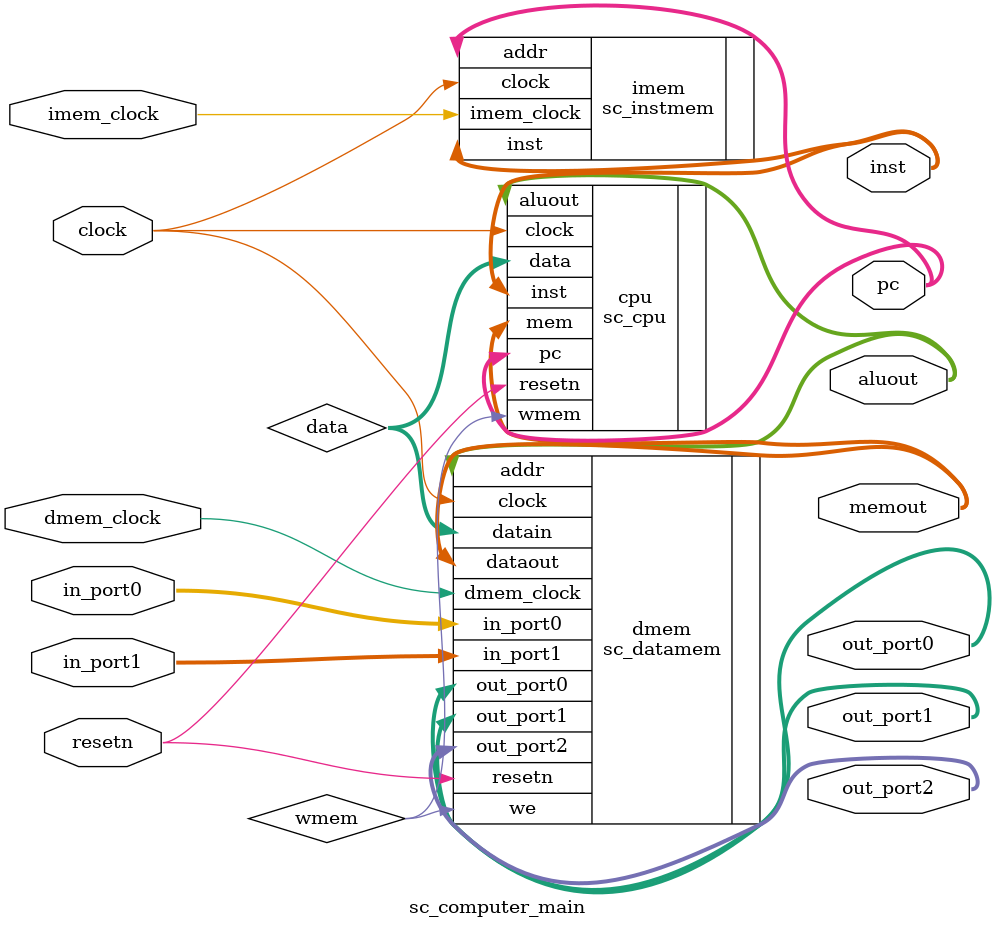
<source format=v>

module sc_computer_main (
	resetn,clock,imem_clock,dmem_clock,pc,inst,aluout,memout,
	out_port0,out_port1,out_port2,in_port0,in_port1);
   
   input resetn,clock,imem_clock,dmem_clock;
	input [31:0] in_port0,in_port1;
   output [31:0] pc,inst,aluout,memout;
   output [31:0] out_port0,out_port1,out_port2;
//   wire [31:0] in_port0,in_port1,out_port0,out_port1,out_port2;
   wire   [31:0] data;
   wire          wmem; // all these "wire"s are used to connect or interface the cpu,dmem,imem and so on.
   
  //sc_cpu ,CPU module.
   sc_cpu cpu(
   .clock(clock),
   .resetn(resetn),
   .inst(inst),
   .mem(memout),
   .pc(pc),
   .wmem(wmem),
   .aluout(aluout),
   .data(data));
   
//  sc_instmem, instruction memory.  
   sc_instmem  imem (
   .addr(pc),
   .inst(inst),
   .clock(clock),
   .imem_clock(imem_clock));
   
//sc_datamem, data memory.      
   sc_datamem  dmem (
   .resetn(resetn), 
   .addr(aluout),
   .datain(data),
   .dataout(memout),
   .we(wmem),
   .clock(clock),
   .dmem_clock(dmem_clock),
   .out_port0(out_port0),
   .out_port1(out_port1),
   .out_port2(out_port2),
   .in_port0(in_port0),
   .in_port1(in_port1)
   ); 
   // (addr,datain,dataout,we,clock,mem_clk,dmem_clk);



endmodule




</source>
